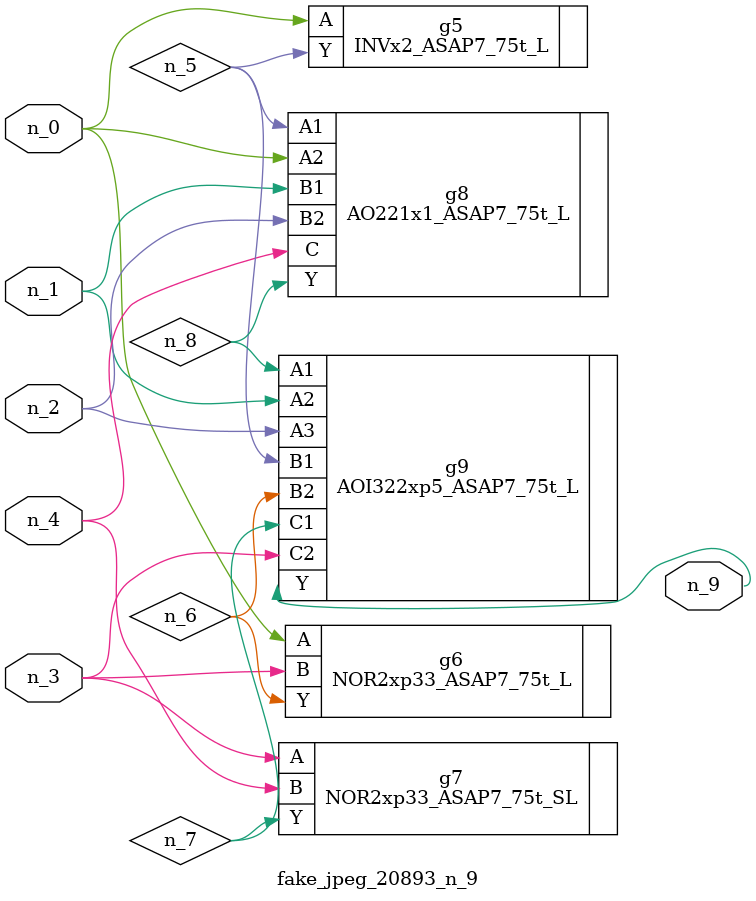
<source format=v>
module fake_jpeg_20893_n_9 (n_3, n_2, n_1, n_0, n_4, n_9);

input n_3;
input n_2;
input n_1;
input n_0;
input n_4;

output n_9;

wire n_8;
wire n_6;
wire n_5;
wire n_7;

INVx2_ASAP7_75t_L g5 ( 
.A(n_0),
.Y(n_5)
);

NOR2xp33_ASAP7_75t_L g6 ( 
.A(n_0),
.B(n_3),
.Y(n_6)
);

NOR2xp33_ASAP7_75t_SL g7 ( 
.A(n_3),
.B(n_4),
.Y(n_7)
);

AO221x1_ASAP7_75t_L g8 ( 
.A1(n_5),
.A2(n_0),
.B1(n_1),
.B2(n_2),
.C(n_4),
.Y(n_8)
);

AOI322xp5_ASAP7_75t_L g9 ( 
.A1(n_8),
.A2(n_1),
.A3(n_2),
.B1(n_5),
.B2(n_6),
.C1(n_7),
.C2(n_3),
.Y(n_9)
);


endmodule
</source>
